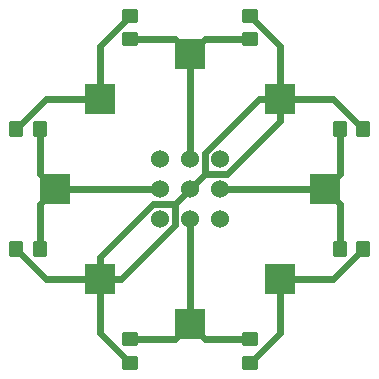
<source format=gbr>
%TF.GenerationSoftware,KiCad,Pcbnew,7.0.7*%
%TF.CreationDate,2024-01-02T00:34:10-08:00*%
%TF.ProjectId,base_connector,62617365-5f63-46f6-9e6e-6563746f722e,rev?*%
%TF.SameCoordinates,Original*%
%TF.FileFunction,Copper,L1,Top*%
%TF.FilePolarity,Positive*%
%FSLAX46Y46*%
G04 Gerber Fmt 4.6, Leading zero omitted, Abs format (unit mm)*
G04 Created by KiCad (PCBNEW 7.0.7) date 2024-01-02 00:34:10*
%MOMM*%
%LPD*%
G01*
G04 APERTURE LIST*
G04 Aperture macros list*
%AMRoundRect*
0 Rectangle with rounded corners*
0 $1 Rounding radius*
0 $2 $3 $4 $5 $6 $7 $8 $9 X,Y pos of 4 corners*
0 Add a 4 corners polygon primitive as box body*
4,1,4,$2,$3,$4,$5,$6,$7,$8,$9,$2,$3,0*
0 Add four circle primitives for the rounded corners*
1,1,$1+$1,$2,$3*
1,1,$1+$1,$4,$5*
1,1,$1+$1,$6,$7*
1,1,$1+$1,$8,$9*
0 Add four rect primitives between the rounded corners*
20,1,$1+$1,$2,$3,$4,$5,0*
20,1,$1+$1,$4,$5,$6,$7,0*
20,1,$1+$1,$6,$7,$8,$9,0*
20,1,$1+$1,$8,$9,$2,$3,0*%
G04 Aperture macros list end*
%TA.AperFunction,SMDPad,CuDef*%
%ADD10RoundRect,0.250000X0.450000X-0.350000X0.450000X0.350000X-0.450000X0.350000X-0.450000X-0.350000X0*%
%TD*%
%TA.AperFunction,ComponentPad*%
%ADD11R,2.500000X2.500000*%
%TD*%
%TA.AperFunction,SMDPad,CuDef*%
%ADD12RoundRect,0.250000X-0.450000X0.350000X-0.450000X-0.350000X0.450000X-0.350000X0.450000X0.350000X0*%
%TD*%
%TA.AperFunction,SMDPad,CuDef*%
%ADD13RoundRect,0.250000X-0.350000X-0.450000X0.350000X-0.450000X0.350000X0.450000X-0.350000X0.450000X0*%
%TD*%
%TA.AperFunction,ComponentPad*%
%ADD14C,1.524000*%
%TD*%
%TA.AperFunction,SMDPad,CuDef*%
%ADD15RoundRect,0.250000X0.350000X0.450000X-0.350000X0.450000X-0.350000X-0.450000X0.350000X-0.450000X0*%
%TD*%
%TA.AperFunction,Conductor*%
%ADD16C,0.600000*%
%TD*%
G04 APERTURE END LIST*
D10*
%TO.P,R8,1*%
%TO.N,GND*%
X157480000Y-121380000D03*
%TO.P,R8,2*%
%TO.N,SIG_S*%
X157480000Y-119380000D03*
%TD*%
D11*
%TO.P,TP5,1,1*%
%TO.N,+3V3*%
X160020000Y-99060000D03*
%TD*%
%TO.P,TP1,1,1*%
%TO.N,SIG_N*%
X152400000Y-95250000D03*
%TD*%
%TO.P,TP7,1,1*%
%TO.N,GND*%
X160020000Y-114300000D03*
%TD*%
D12*
%TO.P,R7,1*%
%TO.N,SIG_S*%
X147320000Y-119380000D03*
%TO.P,R7,2*%
%TO.N,+3V3*%
X147320000Y-121380000D03*
%TD*%
D13*
%TO.P,R2,1*%
%TO.N,SIG_E*%
X165100000Y-101600000D03*
%TO.P,R2,2*%
%TO.N,+3V3*%
X167100000Y-101600000D03*
%TD*%
D14*
%TO.P,U1,1,SIG_N*%
%TO.N,SIG_N*%
X152400000Y-104140000D03*
%TO.P,U1,2,SIG_E*%
%TO.N,SIG_E*%
X154940000Y-106680000D03*
%TO.P,U1,3,SIG_S*%
%TO.N,SIG_S*%
X152400000Y-109220000D03*
%TO.P,U1,4,SIG_W*%
%TO.N,SIG_W*%
X149860000Y-106680000D03*
%TO.P,U1,5,VCC*%
%TO.N,+3V3*%
X152400000Y-106680000D03*
%TO.P,U1,6,GND*%
%TO.N,GND*%
X149860000Y-104140000D03*
X149860000Y-109220000D03*
X154940000Y-104140000D03*
X154940000Y-109220000D03*
%TD*%
D10*
%TO.P,R5,1*%
%TO.N,SIG_N*%
X157480000Y-93980000D03*
%TO.P,R5,2*%
%TO.N,+3V3*%
X157480000Y-91980000D03*
%TD*%
D11*
%TO.P,TP4,1,1*%
%TO.N,SIG_E*%
X163830000Y-106680000D03*
%TD*%
%TO.P,TP6,1,1*%
%TO.N,+3V3*%
X144780000Y-114300000D03*
%TD*%
%TO.P,TP3,1,1*%
%TO.N,SIG_S*%
X152400000Y-118110000D03*
%TD*%
D13*
%TO.P,R4,1*%
%TO.N,GND*%
X137700000Y-101600000D03*
%TO.P,R4,2*%
%TO.N,SIG_W*%
X139700000Y-101600000D03*
%TD*%
D11*
%TO.P,TP8,1,1*%
%TO.N,GND*%
X144780000Y-99060000D03*
%TD*%
D15*
%TO.P,R1,1*%
%TO.N,GND*%
X167100000Y-111760000D03*
%TO.P,R1,2*%
%TO.N,SIG_E*%
X165100000Y-111760000D03*
%TD*%
D11*
%TO.P,TP2,1,1*%
%TO.N,SIG_W*%
X140970000Y-106680000D03*
%TD*%
D15*
%TO.P,R3,1*%
%TO.N,SIG_W*%
X139700000Y-111760000D03*
%TO.P,R3,2*%
%TO.N,+3V3*%
X137700000Y-111760000D03*
%TD*%
D12*
%TO.P,R6,1*%
%TO.N,GND*%
X147320000Y-91980000D03*
%TO.P,R6,2*%
%TO.N,SIG_N*%
X147320000Y-93980000D03*
%TD*%
D16*
%TO.N,GND*%
X137700000Y-101600000D02*
X140240000Y-99060000D01*
X157480000Y-121380000D02*
X160020000Y-118840000D01*
X160020000Y-118840000D02*
X160020000Y-114300000D01*
X147320000Y-91980000D02*
X144780000Y-94520000D01*
X140240000Y-99060000D02*
X144780000Y-99060000D01*
X144780000Y-94520000D02*
X144780000Y-99060000D01*
X167100000Y-111760000D02*
X164560000Y-114300000D01*
X164560000Y-114300000D02*
X160020000Y-114300000D01*
%TO.N,SIG_E*%
X165100000Y-107950000D02*
X163830000Y-106680000D01*
X165100000Y-101600000D02*
X165100000Y-105410000D01*
X154940000Y-106680000D02*
X163830000Y-106680000D01*
X165100000Y-105410000D02*
X163830000Y-106680000D01*
X165100000Y-111760000D02*
X165100000Y-107950000D01*
%TO.N,+3V3*%
X151130000Y-107950000D02*
X152400000Y-106680000D01*
X144780000Y-114300000D02*
X144780000Y-118840000D01*
X157480000Y-91980000D02*
X160020000Y-94520000D01*
X160020000Y-99060000D02*
X164560000Y-99060000D01*
X155512000Y-105418000D02*
X153662000Y-105418000D01*
X146564738Y-114300000D02*
X144780000Y-114300000D01*
X151122000Y-107958000D02*
X151122000Y-109742738D01*
X153678000Y-103617262D02*
X158235262Y-99060000D01*
X152400000Y-106680000D02*
X151122000Y-107958000D01*
X158235262Y-99060000D02*
X160020000Y-99060000D01*
X152400000Y-106680000D02*
X153678000Y-105402000D01*
X160020000Y-99060000D02*
X160020000Y-100910000D01*
X164560000Y-99060000D02*
X167100000Y-101600000D01*
X137700000Y-111760000D02*
X140240000Y-114300000D01*
X151122000Y-109742738D02*
X146564738Y-114300000D01*
X144780000Y-112450000D02*
X149280000Y-107950000D01*
X153678000Y-105402000D02*
X153678000Y-103617262D01*
X140240000Y-114300000D02*
X144780000Y-114300000D01*
X153662000Y-105418000D02*
X152400000Y-106680000D01*
X149280000Y-107950000D02*
X151130000Y-107950000D01*
X160020000Y-100910000D02*
X155512000Y-105418000D01*
X144780000Y-114300000D02*
X144780000Y-112450000D01*
X160020000Y-94520000D02*
X160020000Y-99060000D01*
X144780000Y-118840000D02*
X147320000Y-121380000D01*
%TO.N,SIG_W*%
X139700000Y-107950000D02*
X140970000Y-106680000D01*
X139700000Y-105410000D02*
X140970000Y-106680000D01*
X139700000Y-101600000D02*
X139700000Y-105410000D01*
X149860000Y-106680000D02*
X140970000Y-106680000D01*
X139700000Y-111760000D02*
X139700000Y-107950000D01*
%TO.N,SIG_N*%
X151130000Y-93980000D02*
X152400000Y-95250000D01*
X147320000Y-93980000D02*
X151130000Y-93980000D01*
X153670000Y-93980000D02*
X152400000Y-95250000D01*
X157480000Y-93980000D02*
X153670000Y-93980000D01*
X152400000Y-104140000D02*
X152400000Y-95250000D01*
%TO.N,SIG_S*%
X153670000Y-119380000D02*
X152400000Y-118110000D01*
X151130000Y-119380000D02*
X152400000Y-118110000D01*
X147320000Y-119380000D02*
X151130000Y-119380000D01*
X157480000Y-119380000D02*
X153670000Y-119380000D01*
X152400000Y-109220000D02*
X152400000Y-118110000D01*
%TD*%
M02*

</source>
